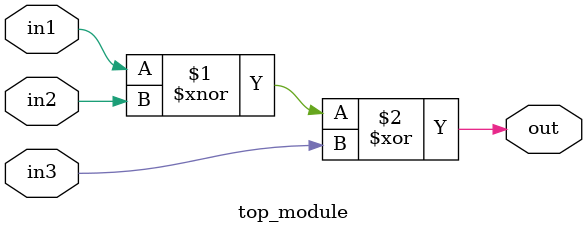
<source format=v>
module top_module
(
    input in1,
    input in2,
    input in3,

    output wire out
);

assign out = ( in1 ^~ in2) ^ in3 ;

endmodule
</source>
